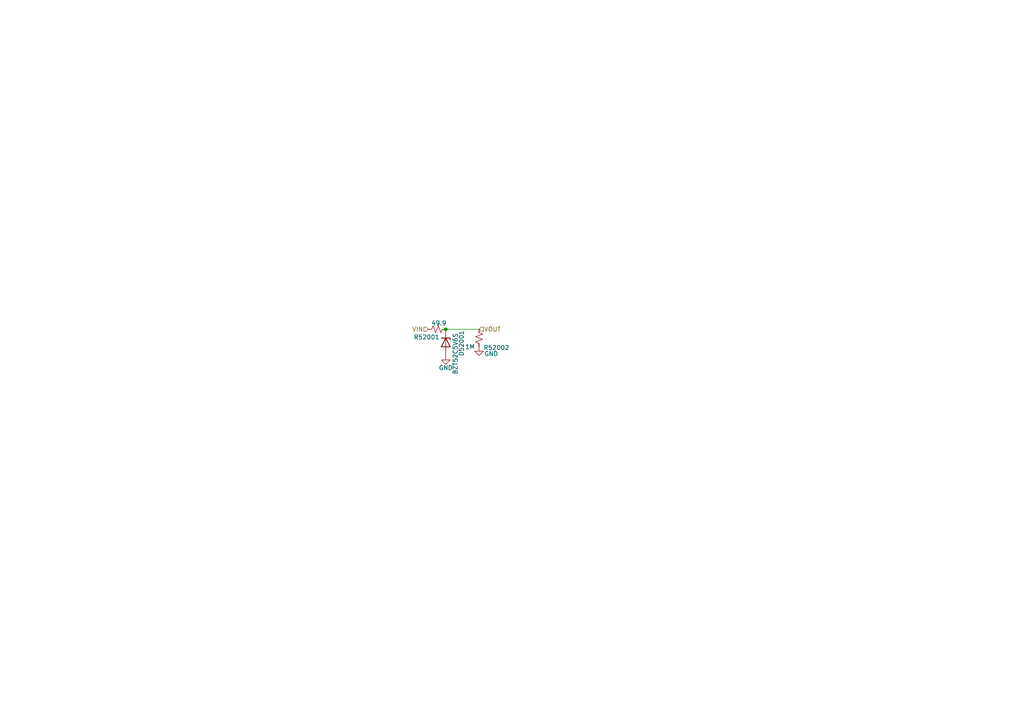
<source format=kicad_sch>
(kicad_sch (version 20231120) (generator "eeschema") (generator_version "8.0")
  (paper "A4")
  (lib_symbols
    (symbol "Device:D_Zener" (pin_numbers hide) (pin_names (offset 1.016) hide)
      (property "Reference" "D" (at 0 2.54 0))
      (property "Value" "D_Zener" (at 0 -2.54 0))
      (symbol "D_Zener_0_1"
        (polyline (pts (xy 1.27 0) (xy -1.27 0)))
        (polyline (pts (xy -1.27 -1.27) (xy -1.27 1.27) (xy -0.762 1.27)) (stroke (width 0.254)))
        (polyline (pts (xy 1.27 -1.27) (xy 1.27 1.27) (xy -1.27 0) (xy 1.27 -1.27)) (stroke (width 0.254)))
      )
      (symbol "D_Zener_1_1"
        (pin passive line (at -3.81 0 0) (length 2.54) (name "K") (number "1"))
        (pin passive line (at 3.81 0 180) (length 2.54) (name "A") (number "2"))
      )
    )
    (symbol "Device:R_Small_US" (pin_numbers hide) (pin_names (offset 0.254) hide)
      (property "Reference" "R" (at 0.762 0.508 0))
      (property "Value" "R_Small_US" (at 0.762 -1.016 0))
      (symbol "R_Small_US_1_1"
        (polyline (pts (xy 0 0) (xy 1.016 -0.381) (xy 0 -0.762) (xy -1.016 -1.143) (xy 0 -1.524)))
        (polyline (pts (xy 0 1.524) (xy 1.016 1.143) (xy 0 0.762) (xy -1.016 0.381) (xy 0 0)))
        (pin passive line (at 0 2.54 270) (length 1.016) (name "~") (number "1"))
        (pin passive line (at 0 -2.54 90) (length 1.016) (name "~") (number "2"))
      )
    )
    (symbol "power:GND" (power) (pin_names (offset 0))
      (property "Value" "GND" (at 0 -3.81 0))
      (symbol "GND_0_1"
        (polyline (pts (xy 0 0) (xy 0 -1.27) (xy 1.27 -1.27) (xy 0 -2.54) (xy -1.27 -1.27) (xy 0 -1.27)))
      )
      (symbol "GND_1_1"
        (pin power_in line (at 0 0 270) (length 0) hide (name "GND") (number "1"))
      )
    )
  )
  (junction (at 129.286 95.504))
  (wire (pts (xy 129.286 95.504) (xy 138.938 95.504)))
  (hierarchical_label "VIN" (shape input) (at 124.206 95.504 180))
  (hierarchical_label "VOUT" (shape input) (at 138.938 95.504 0))
  (symbol (lib_id "Device:R_Small_US") (at 138.938 98.044 0) (unit 1)
    (property "Reference" "R52002" (at 140.208 100.838 0) (effects (justify left)))
    (property "Value" "1M" (at 134.874 100.584 0) (effects (justify left)))
    (property "Footprint" "Resistor_SMD:R_0402_1005Metric" (effects (hide yes)))
    (instances (project "analog_i" (path "" (reference "R52002") (unit 1)) (path "" (reference "R48002") (unit 1)) (path "" (reference "R49002") (unit 1)) (path "" (reference "R51002") (unit 1)) (path "" (reference "R50002") (unit 1))) (project "analog_frontend_panel" (path "" (reference "R39004") (unit 1)) (path "" (reference "R38002") (unit 1)) (path "" (reference "R39002") (unit 1)) (path "" (reference "R40002") (unit 1)) (path "" (reference "R42002") (unit 1))))
  )
  (symbol (lib_id "Device:R_Small_US") (at 126.746 95.504 90) (unit 1)
    (property "Reference" "R52001" (at 127.508 97.79 90) (effects (justify left)))
    (property "Value" "49.9" (at 129.54 93.726 90) (effects (justify left)))
    (property "Footprint" "Resistor_SMD:R_0805_2012Metric" (effects (hide yes)))
    (property "LCSC" "C17720" (effects (hide yes)))
    (instances (project "analog_i" (path "" (reference "R52001") (unit 1)) (path "" (reference "R48001") (unit 1)) (path "" (reference "R49001") (unit 1)) (path "" (reference "R51001") (unit 1)) (path "" (reference "R50001") (unit 1))) (project "analog_frontend_panel" (path "" (reference "R39003") (unit 1)) (path "" (reference "R38001") (unit 1)) (path "" (reference "R39001") (unit 1)) (path "" (reference "R40001") (unit 1)) (path "" (reference "R42001") (unit 1))))
  )
  (symbol (lib_id "power:GND") (at 138.938 100.584 0) (unit 1)
    (property "Reference" "#PWR284" (effects (hide yes)))
    (property "Value" "GND" (at 144.526 102.616 0) (effects (justify right)))
    (instances (project "analog_i" (path "" (reference "#PWR284") (unit 1)) (path "" (reference "#PWR264") (unit 1)) (path "" (reference "#PWR269") (unit 1)) (path "" (reference "#PWR279") (unit 1)) (path "" (reference "#PWR274") (unit 1))) (project "analog_frontend_panel" (path "" (reference "#PWR39007") (unit 1)) (path "" (reference "#PWR38002") (unit 1)) (path "" (reference "#PWR39002") (unit 1)) (path "" (reference "#PWR40002") (unit 1)) (path "" (reference "#PWR42002") (unit 1))))
  )
  (symbol (lib_id "Device:D_Zener") (at 129.286 99.314 270) (unit 1)
    (property "Reference" "D52001" (at 133.858 99.568 0))
    (property "Value" "BZT52C5V6S" (at 132.08 102.616 0))
    (property "Footprint" "Diode_SMD:D_SOD-323" (effects (hide yes)))
    (property "LCSC" "C5184420" (effects (hide yes)))
    (instances (project "analog_i" (path "" (reference "D52001") (unit 1)) (path "" (reference "D48001") (unit 1)) (path "" (reference "D49001") (unit 1)) (path "" (reference "D51001") (unit 1)) (path "" (reference "D50001") (unit 1))) (project "analog_frontend_panel" (path "" (reference "D39002") (unit 1)) (path "" (reference "D38001") (unit 1)) (path "" (reference "D39001") (unit 1)) (path "" (reference "D40001") (unit 1)) (path "" (reference "D42001") (unit 1))))
  )
  (symbol (lib_id "power:GND") (at 129.286 103.124 0) (unit 1)
    (property "Reference" "#PWR287" (effects (hide yes)))
    (property "Value" "GND" (at 129.286 106.68 0))
    (instances (project "analog_i" (path "" (reference "#PWR287") (unit 1)) (path "" (reference "#PWR267") (unit 1)) (path "" (reference "#PWR272") (unit 1)) (path "" (reference "#PWR282") (unit 1)) (path "" (reference "#PWR277") (unit 1))) (project "analog_frontend_panel" (path "" (reference "#PWR39006") (unit 1)) (path "" (reference "#PWR38001") (unit 1)) (path "" (reference "#PWR39001") (unit 1)) (path "" (reference "#PWR40001") (unit 1)) (path "" (reference "#PWR42001") (unit 1))))
  )
)
</source>
